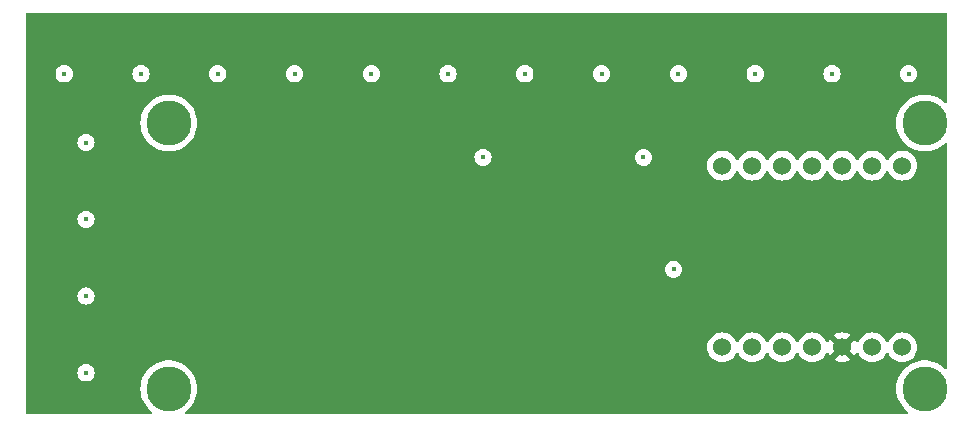
<source format=gbr>
%TF.GenerationSoftware,KiCad,Pcbnew,8.0.1*%
%TF.CreationDate,2025-02-03T01:20:01-05:00*%
%TF.ProjectId,glove-v3.1,676c6f76-652d-4763-932e-312e6b696361,rev?*%
%TF.SameCoordinates,Original*%
%TF.FileFunction,Copper,L2,Inr*%
%TF.FilePolarity,Positive*%
%FSLAX46Y46*%
G04 Gerber Fmt 4.6, Leading zero omitted, Abs format (unit mm)*
G04 Created by KiCad (PCBNEW 8.0.1) date 2025-02-03 01:20:01*
%MOMM*%
%LPD*%
G01*
G04 APERTURE LIST*
%TA.AperFunction,ComponentPad*%
%ADD10C,1.524000*%
%TD*%
%TA.AperFunction,ComponentPad*%
%ADD11C,3.800000*%
%TD*%
%TA.AperFunction,ViaPad*%
%ADD12C,0.450000*%
%TD*%
G04 APERTURE END LIST*
D10*
%TO.N,unconnected-(U1-PA02_A0_D0-Pad1)*%
%TO.C,U1*%
X176150000Y-38150000D03*
%TO.N,unconnected-(U1-PA4_A1_D1-Pad2)*%
X173610000Y-38150000D03*
%TO.N,/MUX_OUT*%
X171070000Y-38150000D03*
%TO.N,unconnected-(U1-PA11_A3_D3-Pad4)*%
X168530000Y-38150000D03*
%TO.N,/S2*%
X165990000Y-38150000D03*
%TO.N,/S3*%
X163450000Y-38150000D03*
%TO.N,unconnected-(U1-PB08_A6_D6_TX-Pad7)*%
X160910000Y-38150000D03*
%TO.N,unconnected-(U1-PB09_A7_D7_RX-Pad8)*%
X160910000Y-53542400D03*
%TO.N,Net-(U1-PA7_A8_D8_SCK)*%
X163450000Y-53542400D03*
%TO.N,/S1*%
X165990000Y-53542400D03*
%TO.N,/S0*%
X168530000Y-53542400D03*
%TO.N,+3V3*%
X171070000Y-53542400D03*
%TO.N,GND*%
X173610000Y-53542400D03*
%TO.N,unconnected-(U1-5V-Pad14)*%
X176150000Y-53542400D03*
%TD*%
D11*
%TO.N,N/C*%
%TO.C,REF\u002A\u002A*%
X114050000Y-34550000D03*
%TD*%
%TO.N,N/C*%
%TO.C,REF\u002A\u002A*%
X178050000Y-57050000D03*
%TD*%
%TO.N,N/C*%
%TO.C,REF\u002A\u002A*%
X114050000Y-57050000D03*
%TD*%
%TO.N,N/C*%
%TO.C,REF\u002A\u002A*%
X178050000Y-34550000D03*
%TD*%
D12*
%TO.N,GND*%
X107040000Y-49200000D03*
X105200000Y-30380000D03*
X170200000Y-30380000D03*
X131200000Y-30380000D03*
X118200000Y-30380000D03*
X107052500Y-55700000D03*
X107040000Y-36200000D03*
X157200000Y-30380000D03*
X144200000Y-30380000D03*
X107040000Y-42700000D03*
X176700000Y-30380000D03*
X124700000Y-30380000D03*
X154240000Y-37450000D03*
X150700000Y-30380000D03*
X163700000Y-30380000D03*
X140650000Y-37450000D03*
X111700000Y-30380000D03*
X137700000Y-30380000D03*
X156790000Y-46930000D03*
%TO.N,+3V3*%
X130200000Y-30380000D03*
X169200000Y-30380000D03*
X123700000Y-30380000D03*
X162700000Y-30380000D03*
X110700000Y-30380000D03*
X149700000Y-30380000D03*
X136700000Y-30380000D03*
X107040000Y-43700000D03*
X142810000Y-37450000D03*
X156200000Y-30380000D03*
X104200000Y-30380000D03*
X175700000Y-30380000D03*
X107040000Y-37200000D03*
X143200000Y-30380000D03*
X107040000Y-50200000D03*
X117200000Y-30380000D03*
X107052500Y-56700000D03*
%TD*%
%TA.AperFunction,Conductor*%
%TO.N,+3V3*%
G36*
X179892539Y-25220185D02*
G01*
X179938294Y-25272989D01*
X179949500Y-25324500D01*
X179949500Y-32754193D01*
X179929815Y-32821232D01*
X179877011Y-32866987D01*
X179807853Y-32876931D01*
X179744297Y-32847906D01*
X179740616Y-32844585D01*
X179583163Y-32696727D01*
X179583153Y-32696719D01*
X179338806Y-32519191D01*
X179338799Y-32519186D01*
X179338795Y-32519184D01*
X179074104Y-32373668D01*
X179074101Y-32373666D01*
X179074096Y-32373664D01*
X179074095Y-32373663D01*
X178793265Y-32262475D01*
X178793262Y-32262474D01*
X178500695Y-32187357D01*
X178201036Y-32149500D01*
X178201027Y-32149500D01*
X177898973Y-32149500D01*
X177898963Y-32149500D01*
X177599304Y-32187357D01*
X177306737Y-32262474D01*
X177306734Y-32262475D01*
X177025904Y-32373663D01*
X177025903Y-32373664D01*
X176761205Y-32519184D01*
X176761193Y-32519191D01*
X176516846Y-32696719D01*
X176516836Y-32696727D01*
X176296652Y-32903494D01*
X176104111Y-33136236D01*
X175942268Y-33391261D01*
X175942265Y-33391267D01*
X175813661Y-33664563D01*
X175813659Y-33664568D01*
X175720320Y-33951835D01*
X175663719Y-34248546D01*
X175663718Y-34248553D01*
X175644754Y-34549994D01*
X175644754Y-34550005D01*
X175663718Y-34851446D01*
X175663719Y-34851453D01*
X175720320Y-35148164D01*
X175813659Y-35435431D01*
X175813661Y-35435436D01*
X175942265Y-35708732D01*
X175942268Y-35708738D01*
X176104111Y-35963763D01*
X176296652Y-36196505D01*
X176516836Y-36403272D01*
X176516846Y-36403280D01*
X176761193Y-36580808D01*
X176761198Y-36580810D01*
X176761205Y-36580816D01*
X177025896Y-36726332D01*
X177025901Y-36726334D01*
X177025903Y-36726335D01*
X177025904Y-36726336D01*
X177306734Y-36837524D01*
X177306737Y-36837525D01*
X177385662Y-36857789D01*
X177599302Y-36912642D01*
X177737422Y-36930091D01*
X177898963Y-36950499D01*
X177898969Y-36950499D01*
X177898973Y-36950500D01*
X177898975Y-36950500D01*
X178201025Y-36950500D01*
X178201027Y-36950500D01*
X178201032Y-36950499D01*
X178201036Y-36950499D01*
X178280591Y-36940448D01*
X178500698Y-36912642D01*
X178793262Y-36837525D01*
X178793265Y-36837524D01*
X179074095Y-36726336D01*
X179074096Y-36726335D01*
X179074094Y-36726335D01*
X179074104Y-36726332D01*
X179338795Y-36580816D01*
X179583162Y-36403274D01*
X179740616Y-36255413D01*
X179802960Y-36223872D01*
X179872461Y-36231043D01*
X179927052Y-36274650D01*
X179949401Y-36340849D01*
X179949500Y-36345806D01*
X179949500Y-55254193D01*
X179929815Y-55321232D01*
X179877011Y-55366987D01*
X179807853Y-55376931D01*
X179744297Y-55347906D01*
X179740616Y-55344585D01*
X179583163Y-55196727D01*
X179583153Y-55196719D01*
X179338806Y-55019191D01*
X179338799Y-55019186D01*
X179338795Y-55019184D01*
X179074104Y-54873668D01*
X179074101Y-54873666D01*
X179074096Y-54873664D01*
X179074095Y-54873663D01*
X178793265Y-54762475D01*
X178793262Y-54762474D01*
X178500695Y-54687357D01*
X178201036Y-54649500D01*
X178201027Y-54649500D01*
X177898973Y-54649500D01*
X177898963Y-54649500D01*
X177599304Y-54687357D01*
X177306737Y-54762474D01*
X177306734Y-54762475D01*
X177025904Y-54873663D01*
X177025903Y-54873664D01*
X176761205Y-55019184D01*
X176761193Y-55019191D01*
X176516846Y-55196719D01*
X176516836Y-55196727D01*
X176296652Y-55403494D01*
X176104111Y-55636236D01*
X175942268Y-55891261D01*
X175942265Y-55891267D01*
X175813661Y-56164563D01*
X175813659Y-56164568D01*
X175720320Y-56451835D01*
X175663719Y-56748546D01*
X175663718Y-56748553D01*
X175644754Y-57049994D01*
X175644754Y-57050005D01*
X175663718Y-57351446D01*
X175663719Y-57351453D01*
X175720320Y-57648164D01*
X175813659Y-57935431D01*
X175813661Y-57935436D01*
X175942265Y-58208732D01*
X175942268Y-58208738D01*
X176104111Y-58463763D01*
X176296652Y-58696505D01*
X176516836Y-58903272D01*
X176516846Y-58903280D01*
X176615810Y-58975182D01*
X176658476Y-59030512D01*
X176664455Y-59100125D01*
X176631849Y-59161920D01*
X176571011Y-59196277D01*
X176542925Y-59199500D01*
X115557075Y-59199500D01*
X115490036Y-59179815D01*
X115444281Y-59127011D01*
X115434337Y-59057853D01*
X115463362Y-58994297D01*
X115484190Y-58975182D01*
X115549488Y-58927738D01*
X115583162Y-58903274D01*
X115803349Y-58696504D01*
X115995885Y-58463768D01*
X116157733Y-58208736D01*
X116286341Y-57935430D01*
X116379681Y-57648160D01*
X116436280Y-57351457D01*
X116455246Y-57050000D01*
X116436280Y-56748543D01*
X116379681Y-56451840D01*
X116286341Y-56164570D01*
X116157733Y-55891264D01*
X116129828Y-55847293D01*
X115995888Y-55636236D01*
X115803347Y-55403494D01*
X115583163Y-55196727D01*
X115583153Y-55196719D01*
X115338806Y-55019191D01*
X115338799Y-55019186D01*
X115338795Y-55019184D01*
X115074104Y-54873668D01*
X115074101Y-54873666D01*
X115074096Y-54873664D01*
X115074095Y-54873663D01*
X114793265Y-54762475D01*
X114793262Y-54762474D01*
X114500695Y-54687357D01*
X114201036Y-54649500D01*
X114201027Y-54649500D01*
X113898973Y-54649500D01*
X113898963Y-54649500D01*
X113599304Y-54687357D01*
X113306737Y-54762474D01*
X113306734Y-54762475D01*
X113025904Y-54873663D01*
X113025903Y-54873664D01*
X112761205Y-55019184D01*
X112761193Y-55019191D01*
X112516846Y-55196719D01*
X112516836Y-55196727D01*
X112296652Y-55403494D01*
X112104111Y-55636236D01*
X111942268Y-55891261D01*
X111942265Y-55891267D01*
X111813661Y-56164563D01*
X111813659Y-56164568D01*
X111720320Y-56451835D01*
X111663719Y-56748546D01*
X111663718Y-56748553D01*
X111644754Y-57049994D01*
X111644754Y-57050005D01*
X111663718Y-57351446D01*
X111663719Y-57351453D01*
X111720320Y-57648164D01*
X111813659Y-57935431D01*
X111813661Y-57935436D01*
X111942265Y-58208732D01*
X111942268Y-58208738D01*
X112104111Y-58463763D01*
X112296652Y-58696505D01*
X112516836Y-58903272D01*
X112516846Y-58903280D01*
X112615810Y-58975182D01*
X112658476Y-59030512D01*
X112664455Y-59100125D01*
X112631849Y-59161920D01*
X112571011Y-59196277D01*
X112542925Y-59199500D01*
X102074500Y-59199500D01*
X102007461Y-59179815D01*
X101961706Y-59127011D01*
X101950500Y-59075500D01*
X101950500Y-55700003D01*
X106322409Y-55700003D01*
X106340712Y-55862455D01*
X106394710Y-56016774D01*
X106394711Y-56016775D01*
X106481692Y-56155204D01*
X106597296Y-56270808D01*
X106735725Y-56357789D01*
X106890039Y-56411786D01*
X106890042Y-56411786D01*
X106890044Y-56411787D01*
X107052496Y-56430091D01*
X107052500Y-56430091D01*
X107052504Y-56430091D01*
X107214955Y-56411787D01*
X107214956Y-56411786D01*
X107214961Y-56411786D01*
X107369275Y-56357789D01*
X107507704Y-56270808D01*
X107623308Y-56155204D01*
X107710289Y-56016775D01*
X107764286Y-55862461D01*
X107782591Y-55700000D01*
X107775406Y-55636232D01*
X107764287Y-55537544D01*
X107764286Y-55537542D01*
X107764286Y-55537539D01*
X107710289Y-55383225D01*
X107623308Y-55244796D01*
X107507704Y-55129192D01*
X107369274Y-55042210D01*
X107214955Y-54988212D01*
X107052504Y-54969909D01*
X107052496Y-54969909D01*
X106890044Y-54988212D01*
X106735725Y-55042210D01*
X106597295Y-55129192D01*
X106481692Y-55244795D01*
X106394710Y-55383225D01*
X106340712Y-55537544D01*
X106322409Y-55699996D01*
X106322409Y-55700003D01*
X101950500Y-55700003D01*
X101950500Y-53542402D01*
X159642677Y-53542402D01*
X159661929Y-53762462D01*
X159661930Y-53762470D01*
X159719104Y-53975845D01*
X159719105Y-53975847D01*
X159719106Y-53975850D01*
X159750139Y-54042400D01*
X159812466Y-54176062D01*
X159812468Y-54176066D01*
X159939170Y-54357015D01*
X159939175Y-54357021D01*
X160095378Y-54513224D01*
X160095384Y-54513229D01*
X160276333Y-54639931D01*
X160276335Y-54639932D01*
X160276338Y-54639934D01*
X160476550Y-54733294D01*
X160689932Y-54790470D01*
X160847123Y-54804222D01*
X160909998Y-54809723D01*
X160910000Y-54809723D01*
X160910002Y-54809723D01*
X160965017Y-54804909D01*
X161130068Y-54790470D01*
X161343450Y-54733294D01*
X161543662Y-54639934D01*
X161724620Y-54513226D01*
X161880826Y-54357020D01*
X162007534Y-54176062D01*
X162067618Y-54047211D01*
X162113790Y-53994771D01*
X162180983Y-53975619D01*
X162247865Y-53995835D01*
X162292382Y-54047211D01*
X162352464Y-54176058D01*
X162352468Y-54176066D01*
X162479170Y-54357015D01*
X162479175Y-54357021D01*
X162635378Y-54513224D01*
X162635384Y-54513229D01*
X162816333Y-54639931D01*
X162816335Y-54639932D01*
X162816338Y-54639934D01*
X163016550Y-54733294D01*
X163229932Y-54790470D01*
X163387123Y-54804222D01*
X163449998Y-54809723D01*
X163450000Y-54809723D01*
X163450002Y-54809723D01*
X163505017Y-54804909D01*
X163670068Y-54790470D01*
X163883450Y-54733294D01*
X164083662Y-54639934D01*
X164264620Y-54513226D01*
X164420826Y-54357020D01*
X164547534Y-54176062D01*
X164607618Y-54047211D01*
X164653790Y-53994771D01*
X164720983Y-53975619D01*
X164787865Y-53995835D01*
X164832382Y-54047211D01*
X164892464Y-54176058D01*
X164892468Y-54176066D01*
X165019170Y-54357015D01*
X165019175Y-54357021D01*
X165175378Y-54513224D01*
X165175384Y-54513229D01*
X165356333Y-54639931D01*
X165356335Y-54639932D01*
X165356338Y-54639934D01*
X165556550Y-54733294D01*
X165769932Y-54790470D01*
X165927123Y-54804222D01*
X165989998Y-54809723D01*
X165990000Y-54809723D01*
X165990002Y-54809723D01*
X166045017Y-54804909D01*
X166210068Y-54790470D01*
X166423450Y-54733294D01*
X166623662Y-54639934D01*
X166804620Y-54513226D01*
X166960826Y-54357020D01*
X167087534Y-54176062D01*
X167147618Y-54047211D01*
X167193790Y-53994771D01*
X167260983Y-53975619D01*
X167327865Y-53995835D01*
X167372382Y-54047211D01*
X167432464Y-54176058D01*
X167432468Y-54176066D01*
X167559170Y-54357015D01*
X167559175Y-54357021D01*
X167715378Y-54513224D01*
X167715384Y-54513229D01*
X167896333Y-54639931D01*
X167896335Y-54639932D01*
X167896338Y-54639934D01*
X168096550Y-54733294D01*
X168309932Y-54790470D01*
X168467123Y-54804222D01*
X168529998Y-54809723D01*
X168530000Y-54809723D01*
X168530002Y-54809723D01*
X168585017Y-54804909D01*
X168750068Y-54790470D01*
X168963450Y-54733294D01*
X169163662Y-54639934D01*
X169344620Y-54513226D01*
X169500826Y-54357020D01*
X169627534Y-54176062D01*
X169687894Y-54046618D01*
X169734066Y-53994179D01*
X169801259Y-53975027D01*
X169868141Y-53995243D01*
X169912658Y-54046619D01*
X169972898Y-54175805D01*
X169972901Y-54175811D01*
X170018258Y-54240587D01*
X170018259Y-54240588D01*
X170587037Y-53671809D01*
X170604075Y-53735393D01*
X170669901Y-53849407D01*
X170762993Y-53942499D01*
X170877007Y-54008325D01*
X170940590Y-54025362D01*
X170371810Y-54594140D01*
X170436590Y-54639499D01*
X170436592Y-54639500D01*
X170636715Y-54732819D01*
X170636729Y-54732824D01*
X170850013Y-54789973D01*
X170850023Y-54789975D01*
X171069999Y-54809221D01*
X171070001Y-54809221D01*
X171289976Y-54789975D01*
X171289986Y-54789973D01*
X171503270Y-54732824D01*
X171503284Y-54732819D01*
X171703407Y-54639500D01*
X171703417Y-54639494D01*
X171768188Y-54594141D01*
X171199410Y-54025362D01*
X171262993Y-54008325D01*
X171377007Y-53942499D01*
X171470099Y-53849407D01*
X171535925Y-53735393D01*
X171552962Y-53671809D01*
X172121741Y-54240588D01*
X172167094Y-54175817D01*
X172167095Y-54175816D01*
X172227340Y-54046619D01*
X172273512Y-53994180D01*
X172340706Y-53975027D01*
X172407587Y-53995242D01*
X172452105Y-54046618D01*
X172512466Y-54176062D01*
X172512468Y-54176066D01*
X172639170Y-54357015D01*
X172639175Y-54357021D01*
X172795378Y-54513224D01*
X172795384Y-54513229D01*
X172976333Y-54639931D01*
X172976335Y-54639932D01*
X172976338Y-54639934D01*
X173176550Y-54733294D01*
X173389932Y-54790470D01*
X173547123Y-54804222D01*
X173609998Y-54809723D01*
X173610000Y-54809723D01*
X173610002Y-54809723D01*
X173665017Y-54804909D01*
X173830068Y-54790470D01*
X174043450Y-54733294D01*
X174243662Y-54639934D01*
X174424620Y-54513226D01*
X174580826Y-54357020D01*
X174707534Y-54176062D01*
X174767618Y-54047211D01*
X174813790Y-53994771D01*
X174880983Y-53975619D01*
X174947865Y-53995835D01*
X174992382Y-54047211D01*
X175052464Y-54176058D01*
X175052468Y-54176066D01*
X175179170Y-54357015D01*
X175179175Y-54357021D01*
X175335378Y-54513224D01*
X175335384Y-54513229D01*
X175516333Y-54639931D01*
X175516335Y-54639932D01*
X175516338Y-54639934D01*
X175716550Y-54733294D01*
X175929932Y-54790470D01*
X176087123Y-54804222D01*
X176149998Y-54809723D01*
X176150000Y-54809723D01*
X176150002Y-54809723D01*
X176205017Y-54804909D01*
X176370068Y-54790470D01*
X176583450Y-54733294D01*
X176783662Y-54639934D01*
X176964620Y-54513226D01*
X177120826Y-54357020D01*
X177247534Y-54176062D01*
X177340894Y-53975850D01*
X177398070Y-53762468D01*
X177417323Y-53542400D01*
X177398070Y-53322332D01*
X177340894Y-53108950D01*
X177247534Y-52908739D01*
X177120826Y-52727780D01*
X176964620Y-52571574D01*
X176964616Y-52571571D01*
X176964615Y-52571570D01*
X176783666Y-52444868D01*
X176783662Y-52444866D01*
X176783660Y-52444865D01*
X176583450Y-52351506D01*
X176583447Y-52351505D01*
X176583445Y-52351504D01*
X176370070Y-52294330D01*
X176370062Y-52294329D01*
X176150002Y-52275077D01*
X176149998Y-52275077D01*
X175929937Y-52294329D01*
X175929929Y-52294330D01*
X175716554Y-52351504D01*
X175716548Y-52351507D01*
X175516340Y-52444865D01*
X175516338Y-52444866D01*
X175335377Y-52571575D01*
X175179175Y-52727777D01*
X175052466Y-52908738D01*
X175052465Y-52908740D01*
X174992382Y-53037589D01*
X174946209Y-53090028D01*
X174879016Y-53109180D01*
X174812135Y-53088964D01*
X174767618Y-53037589D01*
X174707651Y-52908990D01*
X174707534Y-52908739D01*
X174580826Y-52727780D01*
X174424620Y-52571574D01*
X174424616Y-52571571D01*
X174424615Y-52571570D01*
X174243666Y-52444868D01*
X174243662Y-52444866D01*
X174243660Y-52444865D01*
X174043450Y-52351506D01*
X174043447Y-52351505D01*
X174043445Y-52351504D01*
X173830070Y-52294330D01*
X173830062Y-52294329D01*
X173610002Y-52275077D01*
X173609998Y-52275077D01*
X173389937Y-52294329D01*
X173389929Y-52294330D01*
X173176554Y-52351504D01*
X173176548Y-52351507D01*
X172976340Y-52444865D01*
X172976338Y-52444866D01*
X172795377Y-52571575D01*
X172639175Y-52727777D01*
X172512467Y-52908737D01*
X172452105Y-53038182D01*
X172405932Y-53090621D01*
X172338738Y-53109772D01*
X172271857Y-53089556D01*
X172227341Y-53038180D01*
X172167098Y-52908989D01*
X172167097Y-52908987D01*
X172121741Y-52844211D01*
X172121740Y-52844210D01*
X171552962Y-53412989D01*
X171535925Y-53349407D01*
X171470099Y-53235393D01*
X171377007Y-53142301D01*
X171262993Y-53076475D01*
X171199410Y-53059437D01*
X171768188Y-52490659D01*
X171768187Y-52490658D01*
X171703411Y-52445301D01*
X171703405Y-52445298D01*
X171503284Y-52351980D01*
X171503270Y-52351975D01*
X171289986Y-52294826D01*
X171289976Y-52294824D01*
X171070001Y-52275579D01*
X171069999Y-52275579D01*
X170850023Y-52294824D01*
X170850013Y-52294826D01*
X170636729Y-52351975D01*
X170636720Y-52351979D01*
X170436590Y-52445301D01*
X170371811Y-52490658D01*
X170940590Y-53059437D01*
X170877007Y-53076475D01*
X170762993Y-53142301D01*
X170669901Y-53235393D01*
X170604075Y-53349407D01*
X170587037Y-53412990D01*
X170018258Y-52844211D01*
X169972901Y-52908990D01*
X169912658Y-53038181D01*
X169866485Y-53090620D01*
X169799292Y-53109772D01*
X169732411Y-53089556D01*
X169687894Y-53038181D01*
X169627651Y-52908990D01*
X169627534Y-52908739D01*
X169500826Y-52727780D01*
X169344620Y-52571574D01*
X169344616Y-52571571D01*
X169344615Y-52571570D01*
X169163666Y-52444868D01*
X169163662Y-52444866D01*
X169163660Y-52444865D01*
X168963450Y-52351506D01*
X168963447Y-52351505D01*
X168963445Y-52351504D01*
X168750070Y-52294330D01*
X168750062Y-52294329D01*
X168530002Y-52275077D01*
X168529998Y-52275077D01*
X168309937Y-52294329D01*
X168309929Y-52294330D01*
X168096554Y-52351504D01*
X168096548Y-52351507D01*
X167896340Y-52444865D01*
X167896338Y-52444866D01*
X167715377Y-52571575D01*
X167559175Y-52727777D01*
X167432466Y-52908738D01*
X167432465Y-52908740D01*
X167372382Y-53037589D01*
X167326209Y-53090028D01*
X167259016Y-53109180D01*
X167192135Y-53088964D01*
X167147618Y-53037589D01*
X167087651Y-52908990D01*
X167087534Y-52908739D01*
X166960826Y-52727780D01*
X166804620Y-52571574D01*
X166804616Y-52571571D01*
X166804615Y-52571570D01*
X166623666Y-52444868D01*
X166623662Y-52444866D01*
X166623660Y-52444865D01*
X166423450Y-52351506D01*
X166423447Y-52351505D01*
X166423445Y-52351504D01*
X166210070Y-52294330D01*
X166210062Y-52294329D01*
X165990002Y-52275077D01*
X165989998Y-52275077D01*
X165769937Y-52294329D01*
X165769929Y-52294330D01*
X165556554Y-52351504D01*
X165556548Y-52351507D01*
X165356340Y-52444865D01*
X165356338Y-52444866D01*
X165175377Y-52571575D01*
X165019175Y-52727777D01*
X164892466Y-52908738D01*
X164892465Y-52908740D01*
X164832382Y-53037589D01*
X164786209Y-53090028D01*
X164719016Y-53109180D01*
X164652135Y-53088964D01*
X164607618Y-53037589D01*
X164547651Y-52908990D01*
X164547534Y-52908739D01*
X164420826Y-52727780D01*
X164264620Y-52571574D01*
X164264616Y-52571571D01*
X164264615Y-52571570D01*
X164083666Y-52444868D01*
X164083662Y-52444866D01*
X164083660Y-52444865D01*
X163883450Y-52351506D01*
X163883447Y-52351505D01*
X163883445Y-52351504D01*
X163670070Y-52294330D01*
X163670062Y-52294329D01*
X163450002Y-52275077D01*
X163449998Y-52275077D01*
X163229937Y-52294329D01*
X163229929Y-52294330D01*
X163016554Y-52351504D01*
X163016548Y-52351507D01*
X162816340Y-52444865D01*
X162816338Y-52444866D01*
X162635377Y-52571575D01*
X162479175Y-52727777D01*
X162352466Y-52908738D01*
X162352465Y-52908740D01*
X162292382Y-53037589D01*
X162246209Y-53090028D01*
X162179016Y-53109180D01*
X162112135Y-53088964D01*
X162067618Y-53037589D01*
X162007651Y-52908990D01*
X162007534Y-52908739D01*
X161880826Y-52727780D01*
X161724620Y-52571574D01*
X161724616Y-52571571D01*
X161724615Y-52571570D01*
X161543666Y-52444868D01*
X161543662Y-52444866D01*
X161543660Y-52444865D01*
X161343450Y-52351506D01*
X161343447Y-52351505D01*
X161343445Y-52351504D01*
X161130070Y-52294330D01*
X161130062Y-52294329D01*
X160910002Y-52275077D01*
X160909998Y-52275077D01*
X160689937Y-52294329D01*
X160689929Y-52294330D01*
X160476554Y-52351504D01*
X160476548Y-52351507D01*
X160276340Y-52444865D01*
X160276338Y-52444866D01*
X160095377Y-52571575D01*
X159939175Y-52727777D01*
X159812466Y-52908738D01*
X159812465Y-52908740D01*
X159719107Y-53108948D01*
X159719104Y-53108954D01*
X159661930Y-53322329D01*
X159661929Y-53322337D01*
X159642677Y-53542397D01*
X159642677Y-53542402D01*
X101950500Y-53542402D01*
X101950500Y-49200003D01*
X106309909Y-49200003D01*
X106328212Y-49362455D01*
X106382210Y-49516774D01*
X106382211Y-49516775D01*
X106469192Y-49655204D01*
X106584796Y-49770808D01*
X106723225Y-49857789D01*
X106877539Y-49911786D01*
X106877542Y-49911786D01*
X106877544Y-49911787D01*
X107039996Y-49930091D01*
X107040000Y-49930091D01*
X107040004Y-49930091D01*
X107202455Y-49911787D01*
X107202456Y-49911786D01*
X107202461Y-49911786D01*
X107356775Y-49857789D01*
X107495204Y-49770808D01*
X107610808Y-49655204D01*
X107697789Y-49516775D01*
X107751786Y-49362461D01*
X107770091Y-49200000D01*
X107751786Y-49037539D01*
X107697789Y-48883225D01*
X107610808Y-48744796D01*
X107495204Y-48629192D01*
X107356774Y-48542210D01*
X107202455Y-48488212D01*
X107040004Y-48469909D01*
X107039996Y-48469909D01*
X106877544Y-48488212D01*
X106723225Y-48542210D01*
X106584795Y-48629192D01*
X106469192Y-48744795D01*
X106382210Y-48883225D01*
X106328212Y-49037544D01*
X106309909Y-49199996D01*
X106309909Y-49200003D01*
X101950500Y-49200003D01*
X101950500Y-46930003D01*
X156059909Y-46930003D01*
X156078212Y-47092455D01*
X156132210Y-47246774D01*
X156132211Y-47246775D01*
X156219192Y-47385204D01*
X156334796Y-47500808D01*
X156473225Y-47587789D01*
X156627539Y-47641786D01*
X156627542Y-47641786D01*
X156627544Y-47641787D01*
X156789996Y-47660091D01*
X156790000Y-47660091D01*
X156790004Y-47660091D01*
X156952455Y-47641787D01*
X156952456Y-47641786D01*
X156952461Y-47641786D01*
X157106775Y-47587789D01*
X157245204Y-47500808D01*
X157360808Y-47385204D01*
X157447789Y-47246775D01*
X157501786Y-47092461D01*
X157520091Y-46930000D01*
X157501786Y-46767539D01*
X157447789Y-46613225D01*
X157360808Y-46474796D01*
X157245204Y-46359192D01*
X157106774Y-46272210D01*
X156952455Y-46218212D01*
X156790004Y-46199909D01*
X156789996Y-46199909D01*
X156627544Y-46218212D01*
X156473225Y-46272210D01*
X156334795Y-46359192D01*
X156219192Y-46474795D01*
X156132210Y-46613225D01*
X156078212Y-46767544D01*
X156059909Y-46929996D01*
X156059909Y-46930003D01*
X101950500Y-46930003D01*
X101950500Y-42700003D01*
X106309909Y-42700003D01*
X106328212Y-42862455D01*
X106382210Y-43016774D01*
X106382211Y-43016775D01*
X106469192Y-43155204D01*
X106584796Y-43270808D01*
X106723225Y-43357789D01*
X106877539Y-43411786D01*
X106877542Y-43411786D01*
X106877544Y-43411787D01*
X107039996Y-43430091D01*
X107040000Y-43430091D01*
X107040004Y-43430091D01*
X107202455Y-43411787D01*
X107202456Y-43411786D01*
X107202461Y-43411786D01*
X107356775Y-43357789D01*
X107495204Y-43270808D01*
X107610808Y-43155204D01*
X107697789Y-43016775D01*
X107751786Y-42862461D01*
X107770091Y-42700000D01*
X107751786Y-42537539D01*
X107697789Y-42383225D01*
X107610808Y-42244796D01*
X107495204Y-42129192D01*
X107356774Y-42042210D01*
X107202455Y-41988212D01*
X107040004Y-41969909D01*
X107039996Y-41969909D01*
X106877544Y-41988212D01*
X106723225Y-42042210D01*
X106584795Y-42129192D01*
X106469192Y-42244795D01*
X106382210Y-42383225D01*
X106328212Y-42537544D01*
X106309909Y-42699996D01*
X106309909Y-42700003D01*
X101950500Y-42700003D01*
X101950500Y-37450003D01*
X139919909Y-37450003D01*
X139938212Y-37612455D01*
X139992210Y-37766774D01*
X139992211Y-37766775D01*
X140079192Y-37905204D01*
X140194796Y-38020808D01*
X140333225Y-38107789D01*
X140487539Y-38161786D01*
X140487542Y-38161786D01*
X140487544Y-38161787D01*
X140649996Y-38180091D01*
X140650000Y-38180091D01*
X140650004Y-38180091D01*
X140812455Y-38161787D01*
X140812456Y-38161786D01*
X140812461Y-38161786D01*
X140966775Y-38107789D01*
X141105204Y-38020808D01*
X141220808Y-37905204D01*
X141307789Y-37766775D01*
X141361786Y-37612461D01*
X141361787Y-37612455D01*
X141380091Y-37450003D01*
X153509909Y-37450003D01*
X153528212Y-37612455D01*
X153582210Y-37766774D01*
X153582211Y-37766775D01*
X153669192Y-37905204D01*
X153784796Y-38020808D01*
X153923225Y-38107789D01*
X154077539Y-38161786D01*
X154077542Y-38161786D01*
X154077544Y-38161787D01*
X154239996Y-38180091D01*
X154240000Y-38180091D01*
X154240004Y-38180091D01*
X154402455Y-38161787D01*
X154402456Y-38161786D01*
X154402461Y-38161786D01*
X154436138Y-38150002D01*
X159642677Y-38150002D01*
X159661929Y-38370062D01*
X159661930Y-38370070D01*
X159719104Y-38583445D01*
X159719105Y-38583447D01*
X159719106Y-38583450D01*
X159752382Y-38654811D01*
X159812466Y-38783662D01*
X159812468Y-38783666D01*
X159939170Y-38964615D01*
X159939175Y-38964621D01*
X160095378Y-39120824D01*
X160095384Y-39120829D01*
X160276333Y-39247531D01*
X160276335Y-39247532D01*
X160276338Y-39247534D01*
X160476550Y-39340894D01*
X160689932Y-39398070D01*
X160847123Y-39411822D01*
X160909998Y-39417323D01*
X160910000Y-39417323D01*
X160910002Y-39417323D01*
X160965017Y-39412509D01*
X161130068Y-39398070D01*
X161343450Y-39340894D01*
X161543662Y-39247534D01*
X161724620Y-39120826D01*
X161880826Y-38964620D01*
X162007534Y-38783662D01*
X162067618Y-38654811D01*
X162113790Y-38602371D01*
X162180983Y-38583219D01*
X162247865Y-38603435D01*
X162292382Y-38654811D01*
X162352464Y-38783658D01*
X162352468Y-38783666D01*
X162479170Y-38964615D01*
X162479175Y-38964621D01*
X162635378Y-39120824D01*
X162635384Y-39120829D01*
X162816333Y-39247531D01*
X162816335Y-39247532D01*
X162816338Y-39247534D01*
X163016550Y-39340894D01*
X163229932Y-39398070D01*
X163387123Y-39411822D01*
X163449998Y-39417323D01*
X163450000Y-39417323D01*
X163450002Y-39417323D01*
X163505017Y-39412509D01*
X163670068Y-39398070D01*
X163883450Y-39340894D01*
X164083662Y-39247534D01*
X164264620Y-39120826D01*
X164420826Y-38964620D01*
X164547534Y-38783662D01*
X164607618Y-38654811D01*
X164653790Y-38602371D01*
X164720983Y-38583219D01*
X164787865Y-38603435D01*
X164832382Y-38654811D01*
X164892464Y-38783658D01*
X164892468Y-38783666D01*
X165019170Y-38964615D01*
X165019175Y-38964621D01*
X165175378Y-39120824D01*
X165175384Y-39120829D01*
X165356333Y-39247531D01*
X165356335Y-39247532D01*
X165356338Y-39247534D01*
X165556550Y-39340894D01*
X165769932Y-39398070D01*
X165927123Y-39411822D01*
X165989998Y-39417323D01*
X165990000Y-39417323D01*
X165990002Y-39417323D01*
X166045017Y-39412509D01*
X166210068Y-39398070D01*
X166423450Y-39340894D01*
X166623662Y-39247534D01*
X166804620Y-39120826D01*
X166960826Y-38964620D01*
X167087534Y-38783662D01*
X167147618Y-38654811D01*
X167193790Y-38602371D01*
X167260983Y-38583219D01*
X167327865Y-38603435D01*
X167372382Y-38654811D01*
X167432464Y-38783658D01*
X167432468Y-38783666D01*
X167559170Y-38964615D01*
X167559175Y-38964621D01*
X167715378Y-39120824D01*
X167715384Y-39120829D01*
X167896333Y-39247531D01*
X167896335Y-39247532D01*
X167896338Y-39247534D01*
X168096550Y-39340894D01*
X168309932Y-39398070D01*
X168467123Y-39411822D01*
X168529998Y-39417323D01*
X168530000Y-39417323D01*
X168530002Y-39417323D01*
X168585017Y-39412509D01*
X168750068Y-39398070D01*
X168963450Y-39340894D01*
X169163662Y-39247534D01*
X169344620Y-39120826D01*
X169500826Y-38964620D01*
X169627534Y-38783662D01*
X169687618Y-38654811D01*
X169733790Y-38602371D01*
X169800983Y-38583219D01*
X169867865Y-38603435D01*
X169912382Y-38654811D01*
X169972464Y-38783658D01*
X169972468Y-38783666D01*
X170099170Y-38964615D01*
X170099175Y-38964621D01*
X170255378Y-39120824D01*
X170255384Y-39120829D01*
X170436333Y-39247531D01*
X170436335Y-39247532D01*
X170436338Y-39247534D01*
X170636550Y-39340894D01*
X170849932Y-39398070D01*
X171007123Y-39411822D01*
X171069998Y-39417323D01*
X171070000Y-39417323D01*
X171070002Y-39417323D01*
X171125017Y-39412509D01*
X171290068Y-39398070D01*
X171503450Y-39340894D01*
X171703662Y-39247534D01*
X171884620Y-39120826D01*
X172040826Y-38964620D01*
X172167534Y-38783662D01*
X172227618Y-38654811D01*
X172273790Y-38602371D01*
X172340983Y-38583219D01*
X172407865Y-38603435D01*
X172452382Y-38654811D01*
X172512464Y-38783658D01*
X172512468Y-38783666D01*
X172639170Y-38964615D01*
X172639175Y-38964621D01*
X172795378Y-39120824D01*
X172795384Y-39120829D01*
X172976333Y-39247531D01*
X172976335Y-39247532D01*
X172976338Y-39247534D01*
X173176550Y-39340894D01*
X173389932Y-39398070D01*
X173547123Y-39411822D01*
X173609998Y-39417323D01*
X173610000Y-39417323D01*
X173610002Y-39417323D01*
X173665017Y-39412509D01*
X173830068Y-39398070D01*
X174043450Y-39340894D01*
X174243662Y-39247534D01*
X174424620Y-39120826D01*
X174580826Y-38964620D01*
X174707534Y-38783662D01*
X174767618Y-38654811D01*
X174813790Y-38602371D01*
X174880983Y-38583219D01*
X174947865Y-38603435D01*
X174992382Y-38654811D01*
X175052464Y-38783658D01*
X175052468Y-38783666D01*
X175179170Y-38964615D01*
X175179175Y-38964621D01*
X175335378Y-39120824D01*
X175335384Y-39120829D01*
X175516333Y-39247531D01*
X175516335Y-39247532D01*
X175516338Y-39247534D01*
X175716550Y-39340894D01*
X175929932Y-39398070D01*
X176087123Y-39411822D01*
X176149998Y-39417323D01*
X176150000Y-39417323D01*
X176150002Y-39417323D01*
X176205017Y-39412509D01*
X176370068Y-39398070D01*
X176583450Y-39340894D01*
X176783662Y-39247534D01*
X176964620Y-39120826D01*
X177120826Y-38964620D01*
X177247534Y-38783662D01*
X177340894Y-38583450D01*
X177398070Y-38370068D01*
X177412509Y-38205017D01*
X177417323Y-38150002D01*
X177417323Y-38149997D01*
X177398070Y-37929937D01*
X177398070Y-37929932D01*
X177340894Y-37716550D01*
X177247534Y-37516339D01*
X177120826Y-37335380D01*
X176964620Y-37179174D01*
X176964616Y-37179171D01*
X176964615Y-37179170D01*
X176783666Y-37052468D01*
X176783662Y-37052466D01*
X176783660Y-37052465D01*
X176583450Y-36959106D01*
X176583447Y-36959105D01*
X176583445Y-36959104D01*
X176370070Y-36901930D01*
X176370062Y-36901929D01*
X176150002Y-36882677D01*
X176149998Y-36882677D01*
X175929937Y-36901929D01*
X175929929Y-36901930D01*
X175716554Y-36959104D01*
X175716548Y-36959107D01*
X175516340Y-37052465D01*
X175516338Y-37052466D01*
X175335377Y-37179175D01*
X175179175Y-37335377D01*
X175052466Y-37516338D01*
X175052465Y-37516340D01*
X174992382Y-37645189D01*
X174946209Y-37697628D01*
X174879016Y-37716780D01*
X174812135Y-37696564D01*
X174767618Y-37645189D01*
X174707534Y-37516340D01*
X174707533Y-37516338D01*
X174580827Y-37335381D01*
X174532985Y-37287539D01*
X174424620Y-37179174D01*
X174424616Y-37179171D01*
X174424615Y-37179170D01*
X174243666Y-37052468D01*
X174243662Y-37052466D01*
X174243660Y-37052465D01*
X174043450Y-36959106D01*
X174043447Y-36959105D01*
X174043445Y-36959104D01*
X173830070Y-36901930D01*
X173830062Y-36901929D01*
X173610002Y-36882677D01*
X173609998Y-36882677D01*
X173389937Y-36901929D01*
X173389929Y-36901930D01*
X173176554Y-36959104D01*
X173176548Y-36959107D01*
X172976340Y-37052465D01*
X172976338Y-37052466D01*
X172795377Y-37179175D01*
X172639175Y-37335377D01*
X172512466Y-37516338D01*
X172512465Y-37516340D01*
X172452382Y-37645189D01*
X172406209Y-37697628D01*
X172339016Y-37716780D01*
X172272135Y-37696564D01*
X172227618Y-37645189D01*
X172167534Y-37516340D01*
X172167533Y-37516338D01*
X172040827Y-37335381D01*
X171992985Y-37287539D01*
X171884620Y-37179174D01*
X171884616Y-37179171D01*
X171884615Y-37179170D01*
X171703666Y-37052468D01*
X171703662Y-37052466D01*
X171703660Y-37052465D01*
X171503450Y-36959106D01*
X171503447Y-36959105D01*
X171503445Y-36959104D01*
X171290070Y-36901930D01*
X171290062Y-36901929D01*
X171070002Y-36882677D01*
X171069998Y-36882677D01*
X170849937Y-36901929D01*
X170849929Y-36901930D01*
X170636554Y-36959104D01*
X170636548Y-36959107D01*
X170436340Y-37052465D01*
X170436338Y-37052466D01*
X170255377Y-37179175D01*
X170099175Y-37335377D01*
X169972466Y-37516338D01*
X169972465Y-37516340D01*
X169912382Y-37645189D01*
X169866209Y-37697628D01*
X169799016Y-37716780D01*
X169732135Y-37696564D01*
X169687618Y-37645189D01*
X169627534Y-37516340D01*
X169627533Y-37516338D01*
X169500827Y-37335381D01*
X169452985Y-37287539D01*
X169344620Y-37179174D01*
X169344616Y-37179171D01*
X169344615Y-37179170D01*
X169163666Y-37052468D01*
X169163662Y-37052466D01*
X169163660Y-37052465D01*
X168963450Y-36959106D01*
X168963447Y-36959105D01*
X168963445Y-36959104D01*
X168750070Y-36901930D01*
X168750062Y-36901929D01*
X168530002Y-36882677D01*
X168529998Y-36882677D01*
X168309937Y-36901929D01*
X168309929Y-36901930D01*
X168096554Y-36959104D01*
X168096548Y-36959107D01*
X167896340Y-37052465D01*
X167896338Y-37052466D01*
X167715377Y-37179175D01*
X167559175Y-37335377D01*
X167432466Y-37516338D01*
X167432465Y-37516340D01*
X167372382Y-37645189D01*
X167326209Y-37697628D01*
X167259016Y-37716780D01*
X167192135Y-37696564D01*
X167147618Y-37645189D01*
X167087534Y-37516340D01*
X167087533Y-37516338D01*
X166960827Y-37335381D01*
X166912985Y-37287539D01*
X166804620Y-37179174D01*
X166804616Y-37179171D01*
X166804615Y-37179170D01*
X166623666Y-37052468D01*
X166623662Y-37052466D01*
X166623660Y-37052465D01*
X166423450Y-36959106D01*
X166423447Y-36959105D01*
X166423445Y-36959104D01*
X166210070Y-36901930D01*
X166210062Y-36901929D01*
X165990002Y-36882677D01*
X165989998Y-36882677D01*
X165769937Y-36901929D01*
X165769929Y-36901930D01*
X165556554Y-36959104D01*
X165556548Y-36959107D01*
X165356340Y-37052465D01*
X165356338Y-37052466D01*
X165175377Y-37179175D01*
X165019175Y-37335377D01*
X164892466Y-37516338D01*
X164892465Y-37516340D01*
X164832382Y-37645189D01*
X164786209Y-37697628D01*
X164719016Y-37716780D01*
X164652135Y-37696564D01*
X164607618Y-37645189D01*
X164547534Y-37516340D01*
X164547533Y-37516338D01*
X164420827Y-37335381D01*
X164372985Y-37287539D01*
X164264620Y-37179174D01*
X164264616Y-37179171D01*
X164264615Y-37179170D01*
X164083666Y-37052468D01*
X164083662Y-37052466D01*
X164083660Y-37052465D01*
X163883450Y-36959106D01*
X163883447Y-36959105D01*
X163883445Y-36959104D01*
X163670070Y-36901930D01*
X163670062Y-36901929D01*
X163450002Y-36882677D01*
X163449998Y-36882677D01*
X163229937Y-36901929D01*
X163229929Y-36901930D01*
X163016554Y-36959104D01*
X163016548Y-36959107D01*
X162816340Y-37052465D01*
X162816338Y-37052466D01*
X162635377Y-37179175D01*
X162479175Y-37335377D01*
X162352466Y-37516338D01*
X162352465Y-37516340D01*
X162292382Y-37645189D01*
X162246209Y-37697628D01*
X162179016Y-37716780D01*
X162112135Y-37696564D01*
X162067618Y-37645189D01*
X162007534Y-37516340D01*
X162007533Y-37516338D01*
X161880827Y-37335381D01*
X161832985Y-37287539D01*
X161724620Y-37179174D01*
X161724616Y-37179171D01*
X161724615Y-37179170D01*
X161543666Y-37052468D01*
X161543662Y-37052466D01*
X161543660Y-37052465D01*
X161343450Y-36959106D01*
X161343447Y-36959105D01*
X161343445Y-36959104D01*
X161130070Y-36901930D01*
X161130062Y-36901929D01*
X160910002Y-36882677D01*
X160909998Y-36882677D01*
X160689937Y-36901929D01*
X160689929Y-36901930D01*
X160476554Y-36959104D01*
X160476548Y-36959107D01*
X160276340Y-37052465D01*
X160276338Y-37052466D01*
X160095377Y-37179175D01*
X159939175Y-37335377D01*
X159812466Y-37516338D01*
X159812465Y-37516340D01*
X159719107Y-37716548D01*
X159719104Y-37716554D01*
X159661930Y-37929929D01*
X159661929Y-37929937D01*
X159642677Y-38149997D01*
X159642677Y-38150002D01*
X154436138Y-38150002D01*
X154556775Y-38107789D01*
X154695204Y-38020808D01*
X154810808Y-37905204D01*
X154897789Y-37766775D01*
X154951786Y-37612461D01*
X154951787Y-37612455D01*
X154970091Y-37450003D01*
X154970091Y-37449996D01*
X154951787Y-37287544D01*
X154951786Y-37287542D01*
X154951786Y-37287539D01*
X154897789Y-37133225D01*
X154810808Y-36994796D01*
X154695204Y-36879192D01*
X154556774Y-36792210D01*
X154402455Y-36738212D01*
X154240004Y-36719909D01*
X154239996Y-36719909D01*
X154077544Y-36738212D01*
X153923225Y-36792210D01*
X153784795Y-36879192D01*
X153669192Y-36994795D01*
X153582210Y-37133225D01*
X153528212Y-37287544D01*
X153509909Y-37449996D01*
X153509909Y-37450003D01*
X141380091Y-37450003D01*
X141380091Y-37449996D01*
X141361787Y-37287544D01*
X141361786Y-37287542D01*
X141361786Y-37287539D01*
X141307789Y-37133225D01*
X141220808Y-36994796D01*
X141105204Y-36879192D01*
X140966774Y-36792210D01*
X140812455Y-36738212D01*
X140650004Y-36719909D01*
X140649996Y-36719909D01*
X140487544Y-36738212D01*
X140333225Y-36792210D01*
X140194795Y-36879192D01*
X140079192Y-36994795D01*
X139992210Y-37133225D01*
X139938212Y-37287544D01*
X139919909Y-37449996D01*
X139919909Y-37450003D01*
X101950500Y-37450003D01*
X101950500Y-36200003D01*
X106309909Y-36200003D01*
X106328212Y-36362455D01*
X106382210Y-36516774D01*
X106382211Y-36516775D01*
X106469192Y-36655204D01*
X106584796Y-36770808D01*
X106723225Y-36857789D01*
X106877539Y-36911786D01*
X106877542Y-36911786D01*
X106877544Y-36911787D01*
X107039996Y-36930091D01*
X107040000Y-36930091D01*
X107040004Y-36930091D01*
X107202455Y-36911787D01*
X107202456Y-36911786D01*
X107202461Y-36911786D01*
X107356775Y-36857789D01*
X107495204Y-36770808D01*
X107610808Y-36655204D01*
X107697789Y-36516775D01*
X107751786Y-36362461D01*
X107761680Y-36274650D01*
X107770091Y-36200003D01*
X107770091Y-36199996D01*
X107751787Y-36037544D01*
X107751786Y-36037542D01*
X107751786Y-36037539D01*
X107697789Y-35883225D01*
X107610808Y-35744796D01*
X107495204Y-35629192D01*
X107356774Y-35542210D01*
X107202455Y-35488212D01*
X107040004Y-35469909D01*
X107039996Y-35469909D01*
X106877544Y-35488212D01*
X106723225Y-35542210D01*
X106584795Y-35629192D01*
X106469192Y-35744795D01*
X106382210Y-35883225D01*
X106328212Y-36037544D01*
X106309909Y-36199996D01*
X106309909Y-36200003D01*
X101950500Y-36200003D01*
X101950500Y-34550005D01*
X111644754Y-34550005D01*
X111663718Y-34851446D01*
X111663719Y-34851453D01*
X111720320Y-35148164D01*
X111813659Y-35435431D01*
X111813661Y-35435436D01*
X111942265Y-35708732D01*
X111942268Y-35708738D01*
X112104111Y-35963763D01*
X112296652Y-36196505D01*
X112516836Y-36403272D01*
X112516846Y-36403280D01*
X112761193Y-36580808D01*
X112761198Y-36580810D01*
X112761205Y-36580816D01*
X113025896Y-36726332D01*
X113025901Y-36726334D01*
X113025903Y-36726335D01*
X113025904Y-36726336D01*
X113306734Y-36837524D01*
X113306737Y-36837525D01*
X113385662Y-36857789D01*
X113599302Y-36912642D01*
X113737422Y-36930091D01*
X113898963Y-36950499D01*
X113898969Y-36950499D01*
X113898973Y-36950500D01*
X113898975Y-36950500D01*
X114201025Y-36950500D01*
X114201027Y-36950500D01*
X114201032Y-36950499D01*
X114201036Y-36950499D01*
X114280591Y-36940448D01*
X114500698Y-36912642D01*
X114793262Y-36837525D01*
X114793265Y-36837524D01*
X115074095Y-36726336D01*
X115074096Y-36726335D01*
X115074094Y-36726335D01*
X115074104Y-36726332D01*
X115338795Y-36580816D01*
X115583162Y-36403274D01*
X115803349Y-36196504D01*
X115995885Y-35963768D01*
X116157733Y-35708736D01*
X116286341Y-35435430D01*
X116379681Y-35148160D01*
X116436280Y-34851457D01*
X116455246Y-34550000D01*
X116436280Y-34248543D01*
X116379681Y-33951840D01*
X116286341Y-33664570D01*
X116157733Y-33391264D01*
X115995885Y-33136232D01*
X115803349Y-32903496D01*
X115583162Y-32696726D01*
X115583159Y-32696724D01*
X115583153Y-32696719D01*
X115338806Y-32519191D01*
X115338799Y-32519186D01*
X115338795Y-32519184D01*
X115074104Y-32373668D01*
X115074101Y-32373666D01*
X115074096Y-32373664D01*
X115074095Y-32373663D01*
X114793265Y-32262475D01*
X114793262Y-32262474D01*
X114500695Y-32187357D01*
X114201036Y-32149500D01*
X114201027Y-32149500D01*
X113898973Y-32149500D01*
X113898963Y-32149500D01*
X113599304Y-32187357D01*
X113306737Y-32262474D01*
X113306734Y-32262475D01*
X113025904Y-32373663D01*
X113025903Y-32373664D01*
X112761205Y-32519184D01*
X112761193Y-32519191D01*
X112516846Y-32696719D01*
X112516836Y-32696727D01*
X112296652Y-32903494D01*
X112104111Y-33136236D01*
X111942268Y-33391261D01*
X111942265Y-33391267D01*
X111813661Y-33664563D01*
X111813659Y-33664568D01*
X111720320Y-33951835D01*
X111663719Y-34248546D01*
X111663718Y-34248553D01*
X111644754Y-34549994D01*
X111644754Y-34550005D01*
X101950500Y-34550005D01*
X101950500Y-30380003D01*
X104469909Y-30380003D01*
X104488212Y-30542455D01*
X104542210Y-30696774D01*
X104542211Y-30696775D01*
X104629192Y-30835204D01*
X104744796Y-30950808D01*
X104883225Y-31037789D01*
X105037539Y-31091786D01*
X105037542Y-31091786D01*
X105037544Y-31091787D01*
X105199996Y-31110091D01*
X105200000Y-31110091D01*
X105200004Y-31110091D01*
X105362455Y-31091787D01*
X105362456Y-31091786D01*
X105362461Y-31091786D01*
X105516775Y-31037789D01*
X105655204Y-30950808D01*
X105770808Y-30835204D01*
X105857789Y-30696775D01*
X105911786Y-30542461D01*
X105930091Y-30380003D01*
X110969909Y-30380003D01*
X110988212Y-30542455D01*
X111042210Y-30696774D01*
X111042211Y-30696775D01*
X111129192Y-30835204D01*
X111244796Y-30950808D01*
X111383225Y-31037789D01*
X111537539Y-31091786D01*
X111537542Y-31091786D01*
X111537544Y-31091787D01*
X111699996Y-31110091D01*
X111700000Y-31110091D01*
X111700004Y-31110091D01*
X111862455Y-31091787D01*
X111862456Y-31091786D01*
X111862461Y-31091786D01*
X112016775Y-31037789D01*
X112155204Y-30950808D01*
X112270808Y-30835204D01*
X112357789Y-30696775D01*
X112411786Y-30542461D01*
X112430091Y-30380003D01*
X117469909Y-30380003D01*
X117488212Y-30542455D01*
X117542210Y-30696774D01*
X117542211Y-30696775D01*
X117629192Y-30835204D01*
X117744796Y-30950808D01*
X117883225Y-31037789D01*
X118037539Y-31091786D01*
X118037542Y-31091786D01*
X118037544Y-31091787D01*
X118199996Y-31110091D01*
X118200000Y-31110091D01*
X118200004Y-31110091D01*
X118362455Y-31091787D01*
X118362456Y-31091786D01*
X118362461Y-31091786D01*
X118516775Y-31037789D01*
X118655204Y-30950808D01*
X118770808Y-30835204D01*
X118857789Y-30696775D01*
X118911786Y-30542461D01*
X118930091Y-30380003D01*
X123969909Y-30380003D01*
X123988212Y-30542455D01*
X124042210Y-30696774D01*
X124042211Y-30696775D01*
X124129192Y-30835204D01*
X124244796Y-30950808D01*
X124383225Y-31037789D01*
X124537539Y-31091786D01*
X124537542Y-31091786D01*
X124537544Y-31091787D01*
X124699996Y-31110091D01*
X124700000Y-31110091D01*
X124700004Y-31110091D01*
X124862455Y-31091787D01*
X124862456Y-31091786D01*
X124862461Y-31091786D01*
X125016775Y-31037789D01*
X125155204Y-30950808D01*
X125270808Y-30835204D01*
X125357789Y-30696775D01*
X125411786Y-30542461D01*
X125430091Y-30380003D01*
X130469909Y-30380003D01*
X130488212Y-30542455D01*
X130542210Y-30696774D01*
X130542211Y-30696775D01*
X130629192Y-30835204D01*
X130744796Y-30950808D01*
X130883225Y-31037789D01*
X131037539Y-31091786D01*
X131037542Y-31091786D01*
X131037544Y-31091787D01*
X131199996Y-31110091D01*
X131200000Y-31110091D01*
X131200004Y-31110091D01*
X131362455Y-31091787D01*
X131362456Y-31091786D01*
X131362461Y-31091786D01*
X131516775Y-31037789D01*
X131655204Y-30950808D01*
X131770808Y-30835204D01*
X131857789Y-30696775D01*
X131911786Y-30542461D01*
X131930091Y-30380003D01*
X136969909Y-30380003D01*
X136988212Y-30542455D01*
X137042210Y-30696774D01*
X137042211Y-30696775D01*
X137129192Y-30835204D01*
X137244796Y-30950808D01*
X137383225Y-31037789D01*
X137537539Y-31091786D01*
X137537542Y-31091786D01*
X137537544Y-31091787D01*
X137699996Y-31110091D01*
X137700000Y-31110091D01*
X137700004Y-31110091D01*
X137862455Y-31091787D01*
X137862456Y-31091786D01*
X137862461Y-31091786D01*
X138016775Y-31037789D01*
X138155204Y-30950808D01*
X138270808Y-30835204D01*
X138357789Y-30696775D01*
X138411786Y-30542461D01*
X138430091Y-30380003D01*
X143469909Y-30380003D01*
X143488212Y-30542455D01*
X143542210Y-30696774D01*
X143542211Y-30696775D01*
X143629192Y-30835204D01*
X143744796Y-30950808D01*
X143883225Y-31037789D01*
X144037539Y-31091786D01*
X144037542Y-31091786D01*
X144037544Y-31091787D01*
X144199996Y-31110091D01*
X144200000Y-31110091D01*
X144200004Y-31110091D01*
X144362455Y-31091787D01*
X144362456Y-31091786D01*
X144362461Y-31091786D01*
X144516775Y-31037789D01*
X144655204Y-30950808D01*
X144770808Y-30835204D01*
X144857789Y-30696775D01*
X144911786Y-30542461D01*
X144930091Y-30380003D01*
X149969909Y-30380003D01*
X149988212Y-30542455D01*
X150042210Y-30696774D01*
X150042211Y-30696775D01*
X150129192Y-30835204D01*
X150244796Y-30950808D01*
X150383225Y-31037789D01*
X150537539Y-31091786D01*
X150537542Y-31091786D01*
X150537544Y-31091787D01*
X150699996Y-31110091D01*
X150700000Y-31110091D01*
X150700004Y-31110091D01*
X150862455Y-31091787D01*
X150862456Y-31091786D01*
X150862461Y-31091786D01*
X151016775Y-31037789D01*
X151155204Y-30950808D01*
X151270808Y-30835204D01*
X151357789Y-30696775D01*
X151411786Y-30542461D01*
X151430091Y-30380003D01*
X156469909Y-30380003D01*
X156488212Y-30542455D01*
X156542210Y-30696774D01*
X156542211Y-30696775D01*
X156629192Y-30835204D01*
X156744796Y-30950808D01*
X156883225Y-31037789D01*
X157037539Y-31091786D01*
X157037542Y-31091786D01*
X157037544Y-31091787D01*
X157199996Y-31110091D01*
X157200000Y-31110091D01*
X157200004Y-31110091D01*
X157362455Y-31091787D01*
X157362456Y-31091786D01*
X157362461Y-31091786D01*
X157516775Y-31037789D01*
X157655204Y-30950808D01*
X157770808Y-30835204D01*
X157857789Y-30696775D01*
X157911786Y-30542461D01*
X157930091Y-30380003D01*
X162969909Y-30380003D01*
X162988212Y-30542455D01*
X163042210Y-30696774D01*
X163042211Y-30696775D01*
X163129192Y-30835204D01*
X163244796Y-30950808D01*
X163383225Y-31037789D01*
X163537539Y-31091786D01*
X163537542Y-31091786D01*
X163537544Y-31091787D01*
X163699996Y-31110091D01*
X163700000Y-31110091D01*
X163700004Y-31110091D01*
X163862455Y-31091787D01*
X163862456Y-31091786D01*
X163862461Y-31091786D01*
X164016775Y-31037789D01*
X164155204Y-30950808D01*
X164270808Y-30835204D01*
X164357789Y-30696775D01*
X164411786Y-30542461D01*
X164430091Y-30380003D01*
X169469909Y-30380003D01*
X169488212Y-30542455D01*
X169542210Y-30696774D01*
X169542211Y-30696775D01*
X169629192Y-30835204D01*
X169744796Y-30950808D01*
X169883225Y-31037789D01*
X170037539Y-31091786D01*
X170037542Y-31091786D01*
X170037544Y-31091787D01*
X170199996Y-31110091D01*
X170200000Y-31110091D01*
X170200004Y-31110091D01*
X170362455Y-31091787D01*
X170362456Y-31091786D01*
X170362461Y-31091786D01*
X170516775Y-31037789D01*
X170655204Y-30950808D01*
X170770808Y-30835204D01*
X170857789Y-30696775D01*
X170911786Y-30542461D01*
X170930091Y-30380003D01*
X175969909Y-30380003D01*
X175988212Y-30542455D01*
X176042210Y-30696774D01*
X176042211Y-30696775D01*
X176129192Y-30835204D01*
X176244796Y-30950808D01*
X176383225Y-31037789D01*
X176537539Y-31091786D01*
X176537542Y-31091786D01*
X176537544Y-31091787D01*
X176699996Y-31110091D01*
X176700000Y-31110091D01*
X176700004Y-31110091D01*
X176862455Y-31091787D01*
X176862456Y-31091786D01*
X176862461Y-31091786D01*
X177016775Y-31037789D01*
X177155204Y-30950808D01*
X177270808Y-30835204D01*
X177357789Y-30696775D01*
X177411786Y-30542461D01*
X177430091Y-30380000D01*
X177411786Y-30217539D01*
X177357789Y-30063225D01*
X177270808Y-29924796D01*
X177155204Y-29809192D01*
X177016774Y-29722210D01*
X176862455Y-29668212D01*
X176700004Y-29649909D01*
X176699996Y-29649909D01*
X176537544Y-29668212D01*
X176383225Y-29722210D01*
X176244795Y-29809192D01*
X176129192Y-29924795D01*
X176042210Y-30063225D01*
X175988212Y-30217544D01*
X175969909Y-30379996D01*
X175969909Y-30380003D01*
X170930091Y-30380003D01*
X170930091Y-30380000D01*
X170911786Y-30217539D01*
X170857789Y-30063225D01*
X170770808Y-29924796D01*
X170655204Y-29809192D01*
X170516774Y-29722210D01*
X170362455Y-29668212D01*
X170200004Y-29649909D01*
X170199996Y-29649909D01*
X170037544Y-29668212D01*
X169883225Y-29722210D01*
X169744795Y-29809192D01*
X169629192Y-29924795D01*
X169542210Y-30063225D01*
X169488212Y-30217544D01*
X169469909Y-30379996D01*
X169469909Y-30380003D01*
X164430091Y-30380003D01*
X164430091Y-30380000D01*
X164411786Y-30217539D01*
X164357789Y-30063225D01*
X164270808Y-29924796D01*
X164155204Y-29809192D01*
X164016774Y-29722210D01*
X163862455Y-29668212D01*
X163700004Y-29649909D01*
X163699996Y-29649909D01*
X163537544Y-29668212D01*
X163383225Y-29722210D01*
X163244795Y-29809192D01*
X163129192Y-29924795D01*
X163042210Y-30063225D01*
X162988212Y-30217544D01*
X162969909Y-30379996D01*
X162969909Y-30380003D01*
X157930091Y-30380003D01*
X157930091Y-30380000D01*
X157911786Y-30217539D01*
X157857789Y-30063225D01*
X157770808Y-29924796D01*
X157655204Y-29809192D01*
X157516774Y-29722210D01*
X157362455Y-29668212D01*
X157200004Y-29649909D01*
X157199996Y-29649909D01*
X157037544Y-29668212D01*
X156883225Y-29722210D01*
X156744795Y-29809192D01*
X156629192Y-29924795D01*
X156542210Y-30063225D01*
X156488212Y-30217544D01*
X156469909Y-30379996D01*
X156469909Y-30380003D01*
X151430091Y-30380003D01*
X151430091Y-30380000D01*
X151411786Y-30217539D01*
X151357789Y-30063225D01*
X151270808Y-29924796D01*
X151155204Y-29809192D01*
X151016774Y-29722210D01*
X150862455Y-29668212D01*
X150700004Y-29649909D01*
X150699996Y-29649909D01*
X150537544Y-29668212D01*
X150383225Y-29722210D01*
X150244795Y-29809192D01*
X150129192Y-29924795D01*
X150042210Y-30063225D01*
X149988212Y-30217544D01*
X149969909Y-30379996D01*
X149969909Y-30380003D01*
X144930091Y-30380003D01*
X144930091Y-30380000D01*
X144911786Y-30217539D01*
X144857789Y-30063225D01*
X144770808Y-29924796D01*
X144655204Y-29809192D01*
X144516774Y-29722210D01*
X144362455Y-29668212D01*
X144200004Y-29649909D01*
X144199996Y-29649909D01*
X144037544Y-29668212D01*
X143883225Y-29722210D01*
X143744795Y-29809192D01*
X143629192Y-29924795D01*
X143542210Y-30063225D01*
X143488212Y-30217544D01*
X143469909Y-30379996D01*
X143469909Y-30380003D01*
X138430091Y-30380003D01*
X138430091Y-30380000D01*
X138411786Y-30217539D01*
X138357789Y-30063225D01*
X138270808Y-29924796D01*
X138155204Y-29809192D01*
X138016774Y-29722210D01*
X137862455Y-29668212D01*
X137700004Y-29649909D01*
X137699996Y-29649909D01*
X137537544Y-29668212D01*
X137383225Y-29722210D01*
X137244795Y-29809192D01*
X137129192Y-29924795D01*
X137042210Y-30063225D01*
X136988212Y-30217544D01*
X136969909Y-30379996D01*
X136969909Y-30380003D01*
X131930091Y-30380003D01*
X131930091Y-30380000D01*
X131911786Y-30217539D01*
X131857789Y-30063225D01*
X131770808Y-29924796D01*
X131655204Y-29809192D01*
X131516774Y-29722210D01*
X131362455Y-29668212D01*
X131200004Y-29649909D01*
X131199996Y-29649909D01*
X131037544Y-29668212D01*
X130883225Y-29722210D01*
X130744795Y-29809192D01*
X130629192Y-29924795D01*
X130542210Y-30063225D01*
X130488212Y-30217544D01*
X130469909Y-30379996D01*
X130469909Y-30380003D01*
X125430091Y-30380003D01*
X125430091Y-30380000D01*
X125411786Y-30217539D01*
X125357789Y-30063225D01*
X125270808Y-29924796D01*
X125155204Y-29809192D01*
X125016774Y-29722210D01*
X124862455Y-29668212D01*
X124700004Y-29649909D01*
X124699996Y-29649909D01*
X124537544Y-29668212D01*
X124383225Y-29722210D01*
X124244795Y-29809192D01*
X124129192Y-29924795D01*
X124042210Y-30063225D01*
X123988212Y-30217544D01*
X123969909Y-30379996D01*
X123969909Y-30380003D01*
X118930091Y-30380003D01*
X118930091Y-30380000D01*
X118911786Y-30217539D01*
X118857789Y-30063225D01*
X118770808Y-29924796D01*
X118655204Y-29809192D01*
X118516774Y-29722210D01*
X118362455Y-29668212D01*
X118200004Y-29649909D01*
X118199996Y-29649909D01*
X118037544Y-29668212D01*
X117883225Y-29722210D01*
X117744795Y-29809192D01*
X117629192Y-29924795D01*
X117542210Y-30063225D01*
X117488212Y-30217544D01*
X117469909Y-30379996D01*
X117469909Y-30380003D01*
X112430091Y-30380003D01*
X112430091Y-30380000D01*
X112411786Y-30217539D01*
X112357789Y-30063225D01*
X112270808Y-29924796D01*
X112155204Y-29809192D01*
X112016774Y-29722210D01*
X111862455Y-29668212D01*
X111700004Y-29649909D01*
X111699996Y-29649909D01*
X111537544Y-29668212D01*
X111383225Y-29722210D01*
X111244795Y-29809192D01*
X111129192Y-29924795D01*
X111042210Y-30063225D01*
X110988212Y-30217544D01*
X110969909Y-30379996D01*
X110969909Y-30380003D01*
X105930091Y-30380003D01*
X105930091Y-30380000D01*
X105911786Y-30217539D01*
X105857789Y-30063225D01*
X105770808Y-29924796D01*
X105655204Y-29809192D01*
X105516774Y-29722210D01*
X105362455Y-29668212D01*
X105200004Y-29649909D01*
X105199996Y-29649909D01*
X105037544Y-29668212D01*
X104883225Y-29722210D01*
X104744795Y-29809192D01*
X104629192Y-29924795D01*
X104542210Y-30063225D01*
X104488212Y-30217544D01*
X104469909Y-30379996D01*
X104469909Y-30380003D01*
X101950500Y-30380003D01*
X101950500Y-25324500D01*
X101970185Y-25257461D01*
X102022989Y-25211706D01*
X102074500Y-25200500D01*
X179825500Y-25200500D01*
X179892539Y-25220185D01*
G37*
%TD.AperFunction*%
%TD*%
M02*

</source>
